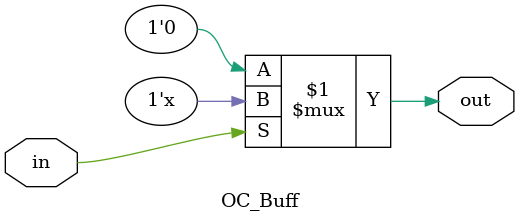
<source format=v>
module OC_Buff(in, out);
input in;
output out;
assign out = in ? 1'bz : 1'b0;
endmodule
</source>
